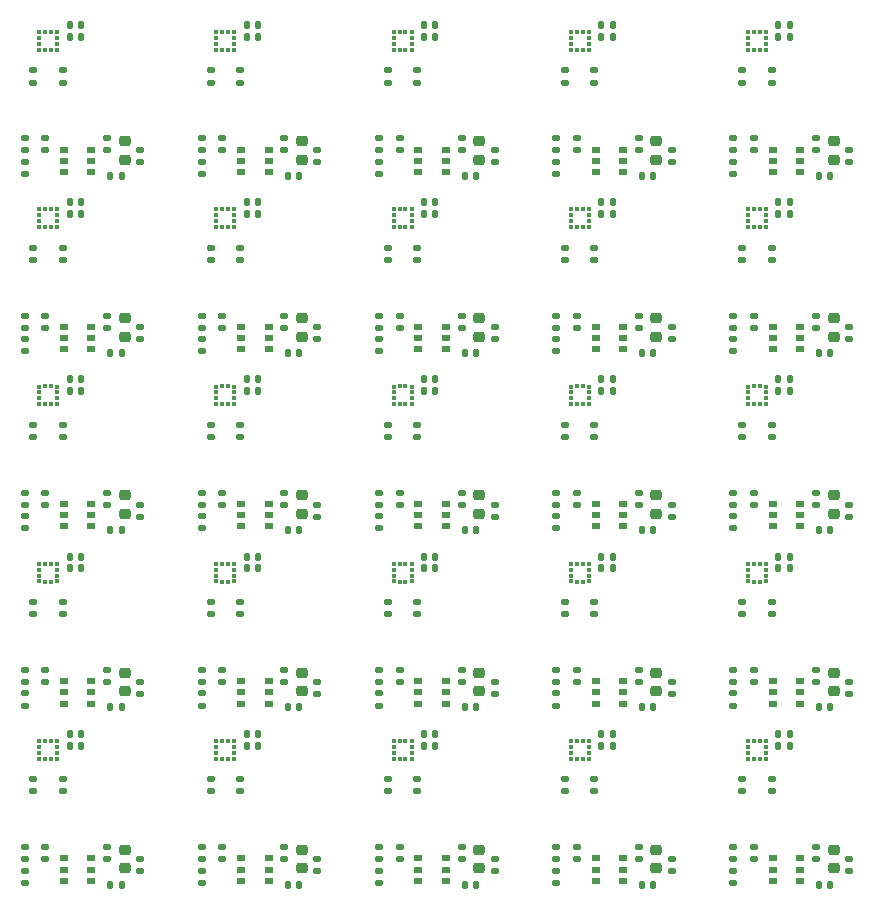
<source format=gbr>
%TF.GenerationSoftware,KiCad,Pcbnew,7.0.1*%
%TF.CreationDate,2025-01-22T18:11:29-05:00*%
%TF.ProjectId,TrackRingA-panel,54726163-6b52-4696-9e67-412d70616e65,rev?*%
%TF.SameCoordinates,Original*%
%TF.FileFunction,Paste,Top*%
%TF.FilePolarity,Positive*%
%FSLAX46Y46*%
G04 Gerber Fmt 4.6, Leading zero omitted, Abs format (unit mm)*
G04 Created by KiCad (PCBNEW 7.0.1) date 2025-01-22 18:11:29*
%MOMM*%
%LPD*%
G01*
G04 APERTURE LIST*
G04 Aperture macros list*
%AMRoundRect*
0 Rectangle with rounded corners*
0 $1 Rounding radius*
0 $2 $3 $4 $5 $6 $7 $8 $9 X,Y pos of 4 corners*
0 Add a 4 corners polygon primitive as box body*
4,1,4,$2,$3,$4,$5,$6,$7,$8,$9,$2,$3,0*
0 Add four circle primitives for the rounded corners*
1,1,$1+$1,$2,$3*
1,1,$1+$1,$4,$5*
1,1,$1+$1,$6,$7*
1,1,$1+$1,$8,$9*
0 Add four rect primitives between the rounded corners*
20,1,$1+$1,$2,$3,$4,$5,0*
20,1,$1+$1,$4,$5,$6,$7,0*
20,1,$1+$1,$6,$7,$8,$9,0*
20,1,$1+$1,$8,$9,$2,$3,0*%
G04 Aperture macros list end*
%ADD10RoundRect,0.135000X-0.185000X0.135000X-0.185000X-0.135000X0.185000X-0.135000X0.185000X0.135000X0*%
%ADD11RoundRect,0.140000X0.140000X0.170000X-0.140000X0.170000X-0.140000X-0.170000X0.140000X-0.170000X0*%
%ADD12RoundRect,0.218750X0.256250X-0.218750X0.256250X0.218750X-0.256250X0.218750X-0.256250X-0.218750X0*%
%ADD13R,0.375000X0.350000*%
%ADD14R,0.350000X0.375000*%
%ADD15RoundRect,0.135000X0.185000X-0.135000X0.185000X0.135000X-0.185000X0.135000X-0.185000X-0.135000X0*%
%ADD16R,0.700000X0.510000*%
G04 APERTURE END LIST*
D10*
%TO.C,R2*%
X114000000Y-30990000D03*
X114000000Y-32010000D03*
%TD*%
%TO.C,R2*%
X174000000Y-45990000D03*
X174000000Y-47010000D03*
%TD*%
%TO.C,R2*%
X144000000Y-45990000D03*
X144000000Y-47010000D03*
%TD*%
%TO.C,R2*%
X174000000Y-75990000D03*
X174000000Y-77010000D03*
%TD*%
%TO.C,R2*%
X174000000Y-30990000D03*
X174000000Y-32010000D03*
%TD*%
%TO.C,R2*%
X114000000Y-90990000D03*
X114000000Y-92010000D03*
%TD*%
%TO.C,R2*%
X144000000Y-30990000D03*
X144000000Y-32010000D03*
%TD*%
%TO.C,R2*%
X144000000Y-60990000D03*
X144000000Y-62010000D03*
%TD*%
%TO.C,R2*%
X114000000Y-45990000D03*
X114000000Y-47010000D03*
%TD*%
%TO.C,R2*%
X159000000Y-45990000D03*
X159000000Y-47010000D03*
%TD*%
%TO.C,R2*%
X129000000Y-30990000D03*
X129000000Y-32010000D03*
%TD*%
%TO.C,R2*%
X129000000Y-45990000D03*
X129000000Y-47010000D03*
%TD*%
%TO.C,R2*%
X114000000Y-60990000D03*
X114000000Y-62010000D03*
%TD*%
%TO.C,R2*%
X129000000Y-60990000D03*
X129000000Y-62010000D03*
%TD*%
%TO.C,R2*%
X114000000Y-75990000D03*
X114000000Y-77010000D03*
%TD*%
%TO.C,R2*%
X144000000Y-75990000D03*
X144000000Y-77010000D03*
%TD*%
%TO.C,R2*%
X129000000Y-90990000D03*
X129000000Y-92010000D03*
%TD*%
%TO.C,R2*%
X159000000Y-75990000D03*
X159000000Y-77010000D03*
%TD*%
%TO.C,R2*%
X159000000Y-60990000D03*
X159000000Y-62010000D03*
%TD*%
%TO.C,R2*%
X159000000Y-30990000D03*
X159000000Y-32010000D03*
%TD*%
%TO.C,R2*%
X174000000Y-60990000D03*
X174000000Y-62010000D03*
%TD*%
%TO.C,R2*%
X144000000Y-90990000D03*
X144000000Y-92010000D03*
%TD*%
%TO.C,R2*%
X129000000Y-75990000D03*
X129000000Y-77010000D03*
%TD*%
%TO.C,R2*%
X174000000Y-90990000D03*
X174000000Y-92010000D03*
%TD*%
%TO.C,R2*%
X159000000Y-90990000D03*
X159000000Y-92010000D03*
%TD*%
D11*
%TO.C,C1*%
X152230000Y-34175000D03*
X151270000Y-34175000D03*
%TD*%
%TO.C,C1*%
X167230000Y-49175000D03*
X166270000Y-49175000D03*
%TD*%
%TO.C,C1*%
X122230000Y-34175000D03*
X121270000Y-34175000D03*
%TD*%
%TO.C,C1*%
X137230000Y-34175000D03*
X136270000Y-34175000D03*
%TD*%
%TO.C,C1*%
X167230000Y-79175000D03*
X166270000Y-79175000D03*
%TD*%
%TO.C,C1*%
X182230000Y-34175000D03*
X181270000Y-34175000D03*
%TD*%
%TO.C,C1*%
X122230000Y-49175000D03*
X121270000Y-49175000D03*
%TD*%
%TO.C,C1*%
X167230000Y-34175000D03*
X166270000Y-34175000D03*
%TD*%
%TO.C,C1*%
X182230000Y-79175000D03*
X181270000Y-79175000D03*
%TD*%
%TO.C,C1*%
X137230000Y-49175000D03*
X136270000Y-49175000D03*
%TD*%
%TO.C,C1*%
X122230000Y-94175000D03*
X121270000Y-94175000D03*
%TD*%
%TO.C,C1*%
X182230000Y-49175000D03*
X181270000Y-49175000D03*
%TD*%
%TO.C,C1*%
X122230000Y-64175000D03*
X121270000Y-64175000D03*
%TD*%
%TO.C,C1*%
X152230000Y-49175000D03*
X151270000Y-49175000D03*
%TD*%
%TO.C,C1*%
X167230000Y-64175000D03*
X166270000Y-64175000D03*
%TD*%
%TO.C,C1*%
X137230000Y-94175000D03*
X136270000Y-94175000D03*
%TD*%
%TO.C,C1*%
X137230000Y-64175000D03*
X136270000Y-64175000D03*
%TD*%
%TO.C,C1*%
X182230000Y-94175000D03*
X181270000Y-94175000D03*
%TD*%
%TO.C,C1*%
X152230000Y-94175000D03*
X151270000Y-94175000D03*
%TD*%
%TO.C,C1*%
X182230000Y-64175000D03*
X181270000Y-64175000D03*
%TD*%
%TO.C,C1*%
X152230000Y-79175000D03*
X151270000Y-79175000D03*
%TD*%
%TO.C,C1*%
X152230000Y-64175000D03*
X151270000Y-64175000D03*
%TD*%
%TO.C,C1*%
X122230000Y-79175000D03*
X121270000Y-79175000D03*
%TD*%
%TO.C,C1*%
X137230000Y-79175000D03*
X136270000Y-79175000D03*
%TD*%
%TO.C,C1*%
X167230000Y-94175000D03*
X166270000Y-94175000D03*
%TD*%
%TO.C,C2*%
X148780000Y-22400000D03*
X147820000Y-22400000D03*
%TD*%
%TO.C,C2*%
X118780000Y-22400000D03*
X117820000Y-22400000D03*
%TD*%
%TO.C,C2*%
X133780000Y-22400000D03*
X132820000Y-22400000D03*
%TD*%
%TO.C,C2*%
X148780000Y-37400000D03*
X147820000Y-37400000D03*
%TD*%
%TO.C,C2*%
X163780000Y-22400000D03*
X162820000Y-22400000D03*
%TD*%
%TO.C,C2*%
X163780000Y-37400000D03*
X162820000Y-37400000D03*
%TD*%
%TO.C,C2*%
X163780000Y-52400000D03*
X162820000Y-52400000D03*
%TD*%
%TO.C,C2*%
X178780000Y-37400000D03*
X177820000Y-37400000D03*
%TD*%
%TO.C,C2*%
X163780000Y-67400000D03*
X162820000Y-67400000D03*
%TD*%
%TO.C,C2*%
X133780000Y-37400000D03*
X132820000Y-37400000D03*
%TD*%
%TO.C,C2*%
X178780000Y-67400000D03*
X177820000Y-67400000D03*
%TD*%
%TO.C,C2*%
X118780000Y-37400000D03*
X117820000Y-37400000D03*
%TD*%
%TO.C,C2*%
X118780000Y-82400000D03*
X117820000Y-82400000D03*
%TD*%
%TO.C,C2*%
X178780000Y-22400000D03*
X177820000Y-22400000D03*
%TD*%
%TO.C,C2*%
X118780000Y-52400000D03*
X117820000Y-52400000D03*
%TD*%
%TO.C,C2*%
X133780000Y-52400000D03*
X132820000Y-52400000D03*
%TD*%
%TO.C,C2*%
X148780000Y-52400000D03*
X147820000Y-52400000D03*
%TD*%
%TO.C,C2*%
X133780000Y-67400000D03*
X132820000Y-67400000D03*
%TD*%
%TO.C,C2*%
X148780000Y-67400000D03*
X147820000Y-67400000D03*
%TD*%
%TO.C,C2*%
X178780000Y-52400000D03*
X177820000Y-52400000D03*
%TD*%
%TO.C,C2*%
X178780000Y-82400000D03*
X177820000Y-82400000D03*
%TD*%
%TO.C,C2*%
X148780000Y-82400000D03*
X147820000Y-82400000D03*
%TD*%
%TO.C,C2*%
X118780000Y-67400000D03*
X117820000Y-67400000D03*
%TD*%
%TO.C,C2*%
X163780000Y-82400000D03*
X162820000Y-82400000D03*
%TD*%
%TO.C,C2*%
X133780000Y-82400000D03*
X132820000Y-82400000D03*
%TD*%
D12*
%TO.C,D1*%
X122500000Y-32787500D03*
X122500000Y-31212500D03*
%TD*%
%TO.C,D1*%
X167500000Y-32787500D03*
X167500000Y-31212500D03*
%TD*%
%TO.C,D1*%
X137500000Y-47787500D03*
X137500000Y-46212500D03*
%TD*%
%TO.C,D1*%
X182500000Y-47787500D03*
X182500000Y-46212500D03*
%TD*%
%TO.C,D1*%
X182500000Y-77787500D03*
X182500000Y-76212500D03*
%TD*%
%TO.C,D1*%
X167500000Y-47787500D03*
X167500000Y-46212500D03*
%TD*%
%TO.C,D1*%
X152500000Y-32787500D03*
X152500000Y-31212500D03*
%TD*%
%TO.C,D1*%
X137500000Y-32787500D03*
X137500000Y-31212500D03*
%TD*%
%TO.C,D1*%
X182500000Y-32787500D03*
X182500000Y-31212500D03*
%TD*%
%TO.C,D1*%
X122500000Y-47787500D03*
X122500000Y-46212500D03*
%TD*%
%TO.C,D1*%
X152500000Y-47787500D03*
X152500000Y-46212500D03*
%TD*%
%TO.C,D1*%
X122500000Y-62787500D03*
X122500000Y-61212500D03*
%TD*%
%TO.C,D1*%
X152500000Y-62787500D03*
X152500000Y-61212500D03*
%TD*%
%TO.C,D1*%
X182500000Y-62787500D03*
X182500000Y-61212500D03*
%TD*%
%TO.C,D1*%
X152500000Y-92787500D03*
X152500000Y-91212500D03*
%TD*%
%TO.C,D1*%
X137500000Y-62787500D03*
X137500000Y-61212500D03*
%TD*%
%TO.C,D1*%
X152500000Y-77787500D03*
X152500000Y-76212500D03*
%TD*%
%TO.C,D1*%
X167500000Y-62787500D03*
X167500000Y-61212500D03*
%TD*%
%TO.C,D1*%
X122500000Y-92787500D03*
X122500000Y-91212500D03*
%TD*%
%TO.C,D1*%
X167500000Y-77787500D03*
X167500000Y-76212500D03*
%TD*%
%TO.C,D1*%
X122500000Y-77787500D03*
X122500000Y-76212500D03*
%TD*%
%TO.C,D1*%
X137500000Y-77787500D03*
X137500000Y-76212500D03*
%TD*%
%TO.C,D1*%
X182500000Y-92787500D03*
X182500000Y-91212500D03*
%TD*%
%TO.C,D1*%
X137500000Y-92787500D03*
X137500000Y-91212500D03*
%TD*%
%TO.C,D1*%
X167500000Y-92787500D03*
X167500000Y-91212500D03*
%TD*%
D13*
%TO.C,U2*%
X145237500Y-22000000D03*
X145237500Y-22500000D03*
X145237500Y-23000000D03*
X145237500Y-23500000D03*
D14*
X145750000Y-23512500D03*
X146250000Y-23512500D03*
D13*
X146762500Y-23500000D03*
X146762500Y-23000000D03*
X146762500Y-22500000D03*
X146762500Y-22000000D03*
D14*
X146250000Y-21987500D03*
X145750000Y-21987500D03*
%TD*%
D13*
%TO.C,U2*%
X115237500Y-22000000D03*
X115237500Y-22500000D03*
X115237500Y-23000000D03*
X115237500Y-23500000D03*
D14*
X115750000Y-23512500D03*
X116250000Y-23512500D03*
D13*
X116762500Y-23500000D03*
X116762500Y-23000000D03*
X116762500Y-22500000D03*
X116762500Y-22000000D03*
D14*
X116250000Y-21987500D03*
X115750000Y-21987500D03*
%TD*%
D13*
%TO.C,U2*%
X130237500Y-22000000D03*
X130237500Y-22500000D03*
X130237500Y-23000000D03*
X130237500Y-23500000D03*
D14*
X130750000Y-23512500D03*
X131250000Y-23512500D03*
D13*
X131762500Y-23500000D03*
X131762500Y-23000000D03*
X131762500Y-22500000D03*
X131762500Y-22000000D03*
D14*
X131250000Y-21987500D03*
X130750000Y-21987500D03*
%TD*%
D13*
%TO.C,U2*%
X160237500Y-22000000D03*
X160237500Y-22500000D03*
X160237500Y-23000000D03*
X160237500Y-23500000D03*
D14*
X160750000Y-23512500D03*
X161250000Y-23512500D03*
D13*
X161762500Y-23500000D03*
X161762500Y-23000000D03*
X161762500Y-22500000D03*
X161762500Y-22000000D03*
D14*
X161250000Y-21987500D03*
X160750000Y-21987500D03*
%TD*%
D13*
%TO.C,U2*%
X130237500Y-37000000D03*
X130237500Y-37500000D03*
X130237500Y-38000000D03*
X130237500Y-38500000D03*
D14*
X130750000Y-38512500D03*
X131250000Y-38512500D03*
D13*
X131762500Y-38500000D03*
X131762500Y-38000000D03*
X131762500Y-37500000D03*
X131762500Y-37000000D03*
D14*
X131250000Y-36987500D03*
X130750000Y-36987500D03*
%TD*%
D13*
%TO.C,U2*%
X130237500Y-52000000D03*
X130237500Y-52500000D03*
X130237500Y-53000000D03*
X130237500Y-53500000D03*
D14*
X130750000Y-53512500D03*
X131250000Y-53512500D03*
D13*
X131762500Y-53500000D03*
X131762500Y-53000000D03*
X131762500Y-52500000D03*
X131762500Y-52000000D03*
D14*
X131250000Y-51987500D03*
X130750000Y-51987500D03*
%TD*%
D13*
%TO.C,U2*%
X160237500Y-67000000D03*
X160237500Y-67500000D03*
X160237500Y-68000000D03*
X160237500Y-68500000D03*
D14*
X160750000Y-68512500D03*
X161250000Y-68512500D03*
D13*
X161762500Y-68500000D03*
X161762500Y-68000000D03*
X161762500Y-67500000D03*
X161762500Y-67000000D03*
D14*
X161250000Y-66987500D03*
X160750000Y-66987500D03*
%TD*%
D13*
%TO.C,U2*%
X145237500Y-37000000D03*
X145237500Y-37500000D03*
X145237500Y-38000000D03*
X145237500Y-38500000D03*
D14*
X145750000Y-38512500D03*
X146250000Y-38512500D03*
D13*
X146762500Y-38500000D03*
X146762500Y-38000000D03*
X146762500Y-37500000D03*
X146762500Y-37000000D03*
D14*
X146250000Y-36987500D03*
X145750000Y-36987500D03*
%TD*%
D13*
%TO.C,U2*%
X160237500Y-37000000D03*
X160237500Y-37500000D03*
X160237500Y-38000000D03*
X160237500Y-38500000D03*
D14*
X160750000Y-38512500D03*
X161250000Y-38512500D03*
D13*
X161762500Y-38500000D03*
X161762500Y-38000000D03*
X161762500Y-37500000D03*
X161762500Y-37000000D03*
D14*
X161250000Y-36987500D03*
X160750000Y-36987500D03*
%TD*%
D13*
%TO.C,U2*%
X115237500Y-37000000D03*
X115237500Y-37500000D03*
X115237500Y-38000000D03*
X115237500Y-38500000D03*
D14*
X115750000Y-38512500D03*
X116250000Y-38512500D03*
D13*
X116762500Y-38500000D03*
X116762500Y-38000000D03*
X116762500Y-37500000D03*
X116762500Y-37000000D03*
D14*
X116250000Y-36987500D03*
X115750000Y-36987500D03*
%TD*%
D13*
%TO.C,U2*%
X175237500Y-37000000D03*
X175237500Y-37500000D03*
X175237500Y-38000000D03*
X175237500Y-38500000D03*
D14*
X175750000Y-38512500D03*
X176250000Y-38512500D03*
D13*
X176762500Y-38500000D03*
X176762500Y-38000000D03*
X176762500Y-37500000D03*
X176762500Y-37000000D03*
D14*
X176250000Y-36987500D03*
X175750000Y-36987500D03*
%TD*%
D13*
%TO.C,U2*%
X115237500Y-52000000D03*
X115237500Y-52500000D03*
X115237500Y-53000000D03*
X115237500Y-53500000D03*
D14*
X115750000Y-53512500D03*
X116250000Y-53512500D03*
D13*
X116762500Y-53500000D03*
X116762500Y-53000000D03*
X116762500Y-52500000D03*
X116762500Y-52000000D03*
D14*
X116250000Y-51987500D03*
X115750000Y-51987500D03*
%TD*%
D13*
%TO.C,U2*%
X175237500Y-67000000D03*
X175237500Y-67500000D03*
X175237500Y-68000000D03*
X175237500Y-68500000D03*
D14*
X175750000Y-68512500D03*
X176250000Y-68512500D03*
D13*
X176762500Y-68500000D03*
X176762500Y-68000000D03*
X176762500Y-67500000D03*
X176762500Y-67000000D03*
D14*
X176250000Y-66987500D03*
X175750000Y-66987500D03*
%TD*%
D13*
%TO.C,U2*%
X175237500Y-22000000D03*
X175237500Y-22500000D03*
X175237500Y-23000000D03*
X175237500Y-23500000D03*
D14*
X175750000Y-23512500D03*
X176250000Y-23512500D03*
D13*
X176762500Y-23500000D03*
X176762500Y-23000000D03*
X176762500Y-22500000D03*
X176762500Y-22000000D03*
D14*
X176250000Y-21987500D03*
X175750000Y-21987500D03*
%TD*%
D13*
%TO.C,U2*%
X115237500Y-82000000D03*
X115237500Y-82500000D03*
X115237500Y-83000000D03*
X115237500Y-83500000D03*
D14*
X115750000Y-83512500D03*
X116250000Y-83512500D03*
D13*
X116762500Y-83500000D03*
X116762500Y-83000000D03*
X116762500Y-82500000D03*
X116762500Y-82000000D03*
D14*
X116250000Y-81987500D03*
X115750000Y-81987500D03*
%TD*%
D13*
%TO.C,U2*%
X145237500Y-52000000D03*
X145237500Y-52500000D03*
X145237500Y-53000000D03*
X145237500Y-53500000D03*
D14*
X145750000Y-53512500D03*
X146250000Y-53512500D03*
D13*
X146762500Y-53500000D03*
X146762500Y-53000000D03*
X146762500Y-52500000D03*
X146762500Y-52000000D03*
D14*
X146250000Y-51987500D03*
X145750000Y-51987500D03*
%TD*%
D13*
%TO.C,U2*%
X160237500Y-52000000D03*
X160237500Y-52500000D03*
X160237500Y-53000000D03*
X160237500Y-53500000D03*
D14*
X160750000Y-53512500D03*
X161250000Y-53512500D03*
D13*
X161762500Y-53500000D03*
X161762500Y-53000000D03*
X161762500Y-52500000D03*
X161762500Y-52000000D03*
D14*
X161250000Y-51987500D03*
X160750000Y-51987500D03*
%TD*%
D13*
%TO.C,U2*%
X175237500Y-52000000D03*
X175237500Y-52500000D03*
X175237500Y-53000000D03*
X175237500Y-53500000D03*
D14*
X175750000Y-53512500D03*
X176250000Y-53512500D03*
D13*
X176762500Y-53500000D03*
X176762500Y-53000000D03*
X176762500Y-52500000D03*
X176762500Y-52000000D03*
D14*
X176250000Y-51987500D03*
X175750000Y-51987500D03*
%TD*%
D13*
%TO.C,U2*%
X175237500Y-82000000D03*
X175237500Y-82500000D03*
X175237500Y-83000000D03*
X175237500Y-83500000D03*
D14*
X175750000Y-83512500D03*
X176250000Y-83512500D03*
D13*
X176762500Y-83500000D03*
X176762500Y-83000000D03*
X176762500Y-82500000D03*
X176762500Y-82000000D03*
D14*
X176250000Y-81987500D03*
X175750000Y-81987500D03*
%TD*%
D13*
%TO.C,U2*%
X145237500Y-82000000D03*
X145237500Y-82500000D03*
X145237500Y-83000000D03*
X145237500Y-83500000D03*
D14*
X145750000Y-83512500D03*
X146250000Y-83512500D03*
D13*
X146762500Y-83500000D03*
X146762500Y-83000000D03*
X146762500Y-82500000D03*
X146762500Y-82000000D03*
D14*
X146250000Y-81987500D03*
X145750000Y-81987500D03*
%TD*%
D13*
%TO.C,U2*%
X145237500Y-67000000D03*
X145237500Y-67500000D03*
X145237500Y-68000000D03*
X145237500Y-68500000D03*
D14*
X145750000Y-68512500D03*
X146250000Y-68512500D03*
D13*
X146762500Y-68500000D03*
X146762500Y-68000000D03*
X146762500Y-67500000D03*
X146762500Y-67000000D03*
D14*
X146250000Y-66987500D03*
X145750000Y-66987500D03*
%TD*%
D13*
%TO.C,U2*%
X115237500Y-67000000D03*
X115237500Y-67500000D03*
X115237500Y-68000000D03*
X115237500Y-68500000D03*
D14*
X115750000Y-68512500D03*
X116250000Y-68512500D03*
D13*
X116762500Y-68500000D03*
X116762500Y-68000000D03*
X116762500Y-67500000D03*
X116762500Y-67000000D03*
D14*
X116250000Y-66987500D03*
X115750000Y-66987500D03*
%TD*%
D13*
%TO.C,U2*%
X130237500Y-67000000D03*
X130237500Y-67500000D03*
X130237500Y-68000000D03*
X130237500Y-68500000D03*
D14*
X130750000Y-68512500D03*
X131250000Y-68512500D03*
D13*
X131762500Y-68500000D03*
X131762500Y-68000000D03*
X131762500Y-67500000D03*
X131762500Y-67000000D03*
D14*
X131250000Y-66987500D03*
X130750000Y-66987500D03*
%TD*%
D13*
%TO.C,U2*%
X130237500Y-82000000D03*
X130237500Y-82500000D03*
X130237500Y-83000000D03*
X130237500Y-83500000D03*
D14*
X130750000Y-83512500D03*
X131250000Y-83512500D03*
D13*
X131762500Y-83500000D03*
X131762500Y-83000000D03*
X131762500Y-82500000D03*
X131762500Y-82000000D03*
D14*
X131250000Y-81987500D03*
X130750000Y-81987500D03*
%TD*%
D13*
%TO.C,U2*%
X160237500Y-82000000D03*
X160237500Y-82500000D03*
X160237500Y-83000000D03*
X160237500Y-83500000D03*
D14*
X160750000Y-83512500D03*
X161250000Y-83512500D03*
D13*
X161762500Y-83500000D03*
X161762500Y-83000000D03*
X161762500Y-82500000D03*
X161762500Y-82000000D03*
D14*
X161250000Y-81987500D03*
X160750000Y-81987500D03*
%TD*%
D11*
%TO.C,C3*%
X133780000Y-36400000D03*
X132820000Y-36400000D03*
%TD*%
%TO.C,C3*%
X133780000Y-21400000D03*
X132820000Y-21400000D03*
%TD*%
%TO.C,C3*%
X148780000Y-21400000D03*
X147820000Y-21400000D03*
%TD*%
%TO.C,C3*%
X163780000Y-36400000D03*
X162820000Y-36400000D03*
%TD*%
%TO.C,C3*%
X118780000Y-21400000D03*
X117820000Y-21400000D03*
%TD*%
%TO.C,C3*%
X163780000Y-21400000D03*
X162820000Y-21400000D03*
%TD*%
%TO.C,C3*%
X178780000Y-21400000D03*
X177820000Y-21400000D03*
%TD*%
%TO.C,C3*%
X118780000Y-36400000D03*
X117820000Y-36400000D03*
%TD*%
%TO.C,C3*%
X133780000Y-51400000D03*
X132820000Y-51400000D03*
%TD*%
%TO.C,C3*%
X178780000Y-66400000D03*
X177820000Y-66400000D03*
%TD*%
%TO.C,C3*%
X148780000Y-66400000D03*
X147820000Y-66400000D03*
%TD*%
%TO.C,C3*%
X163780000Y-51400000D03*
X162820000Y-51400000D03*
%TD*%
%TO.C,C3*%
X133780000Y-66400000D03*
X132820000Y-66400000D03*
%TD*%
%TO.C,C3*%
X118780000Y-51400000D03*
X117820000Y-51400000D03*
%TD*%
%TO.C,C3*%
X118780000Y-66400000D03*
X117820000Y-66400000D03*
%TD*%
%TO.C,C3*%
X178780000Y-36400000D03*
X177820000Y-36400000D03*
%TD*%
%TO.C,C3*%
X148780000Y-36400000D03*
X147820000Y-36400000D03*
%TD*%
%TO.C,C3*%
X118780000Y-81400000D03*
X117820000Y-81400000D03*
%TD*%
%TO.C,C3*%
X163780000Y-66400000D03*
X162820000Y-66400000D03*
%TD*%
%TO.C,C3*%
X148780000Y-51400000D03*
X147820000Y-51400000D03*
%TD*%
%TO.C,C3*%
X178780000Y-51400000D03*
X177820000Y-51400000D03*
%TD*%
%TO.C,C3*%
X178780000Y-81400000D03*
X177820000Y-81400000D03*
%TD*%
%TO.C,C3*%
X133780000Y-81400000D03*
X132820000Y-81400000D03*
%TD*%
%TO.C,C3*%
X148780000Y-81400000D03*
X147820000Y-81400000D03*
%TD*%
%TO.C,C3*%
X163780000Y-81400000D03*
X162820000Y-81400000D03*
%TD*%
D15*
%TO.C,R4*%
X159010000Y-34010000D03*
X159010000Y-32990000D03*
%TD*%
%TO.C,R4*%
X144010000Y-34010000D03*
X144010000Y-32990000D03*
%TD*%
%TO.C,R4*%
X129010000Y-49010000D03*
X129010000Y-47990000D03*
%TD*%
%TO.C,R4*%
X114010000Y-94010000D03*
X114010000Y-92990000D03*
%TD*%
%TO.C,R4*%
X114010000Y-34010000D03*
X114010000Y-32990000D03*
%TD*%
%TO.C,R4*%
X159010000Y-49010000D03*
X159010000Y-47990000D03*
%TD*%
%TO.C,R4*%
X129010000Y-34010000D03*
X129010000Y-32990000D03*
%TD*%
%TO.C,R4*%
X114010000Y-49010000D03*
X114010000Y-47990000D03*
%TD*%
%TO.C,R4*%
X144010000Y-49010000D03*
X144010000Y-47990000D03*
%TD*%
%TO.C,R4*%
X174010000Y-34010000D03*
X174010000Y-32990000D03*
%TD*%
%TO.C,R4*%
X174010000Y-49010000D03*
X174010000Y-47990000D03*
%TD*%
%TO.C,R4*%
X174010000Y-79010000D03*
X174010000Y-77990000D03*
%TD*%
%TO.C,R4*%
X129010000Y-79010000D03*
X129010000Y-77990000D03*
%TD*%
%TO.C,R4*%
X174010000Y-94010000D03*
X174010000Y-92990000D03*
%TD*%
%TO.C,R4*%
X129010000Y-94010000D03*
X129010000Y-92990000D03*
%TD*%
%TO.C,R4*%
X114010000Y-64010000D03*
X114010000Y-62990000D03*
%TD*%
%TO.C,R4*%
X159010000Y-64010000D03*
X159010000Y-62990000D03*
%TD*%
%TO.C,R4*%
X174010000Y-64010000D03*
X174010000Y-62990000D03*
%TD*%
%TO.C,R4*%
X144010000Y-64010000D03*
X144010000Y-62990000D03*
%TD*%
%TO.C,R4*%
X159010000Y-79010000D03*
X159010000Y-77990000D03*
%TD*%
%TO.C,R4*%
X129010000Y-64010000D03*
X129010000Y-62990000D03*
%TD*%
%TO.C,R4*%
X114010000Y-79010000D03*
X114010000Y-77990000D03*
%TD*%
%TO.C,R4*%
X144010000Y-79010000D03*
X144010000Y-77990000D03*
%TD*%
%TO.C,R4*%
X159010000Y-94010000D03*
X159010000Y-92990000D03*
%TD*%
%TO.C,R4*%
X144010000Y-94010000D03*
X144010000Y-92990000D03*
%TD*%
D10*
%TO.C,R1*%
X115750000Y-30990000D03*
X115750000Y-32010000D03*
%TD*%
%TO.C,R1*%
X145750000Y-30990000D03*
X145750000Y-32010000D03*
%TD*%
%TO.C,R1*%
X160750000Y-45990000D03*
X160750000Y-47010000D03*
%TD*%
%TO.C,R1*%
X160750000Y-30990000D03*
X160750000Y-32010000D03*
%TD*%
%TO.C,R1*%
X175750000Y-30990000D03*
X175750000Y-32010000D03*
%TD*%
%TO.C,R1*%
X130750000Y-30990000D03*
X130750000Y-32010000D03*
%TD*%
%TO.C,R1*%
X160750000Y-75990000D03*
X160750000Y-77010000D03*
%TD*%
%TO.C,R1*%
X145750000Y-60990000D03*
X145750000Y-62010000D03*
%TD*%
%TO.C,R1*%
X130750000Y-60990000D03*
X130750000Y-62010000D03*
%TD*%
%TO.C,R1*%
X115750000Y-45990000D03*
X115750000Y-47010000D03*
%TD*%
%TO.C,R1*%
X175750000Y-75990000D03*
X175750000Y-77010000D03*
%TD*%
%TO.C,R1*%
X175750000Y-90990000D03*
X175750000Y-92010000D03*
%TD*%
%TO.C,R1*%
X115750000Y-90990000D03*
X115750000Y-92010000D03*
%TD*%
%TO.C,R1*%
X175750000Y-60990000D03*
X175750000Y-62010000D03*
%TD*%
%TO.C,R1*%
X175750000Y-45990000D03*
X175750000Y-47010000D03*
%TD*%
%TO.C,R1*%
X130750000Y-45990000D03*
X130750000Y-47010000D03*
%TD*%
%TO.C,R1*%
X145750000Y-45990000D03*
X145750000Y-47010000D03*
%TD*%
%TO.C,R1*%
X115750000Y-60990000D03*
X115750000Y-62010000D03*
%TD*%
%TO.C,R1*%
X160750000Y-60990000D03*
X160750000Y-62010000D03*
%TD*%
%TO.C,R1*%
X115750000Y-75990000D03*
X115750000Y-77010000D03*
%TD*%
%TO.C,R1*%
X130750000Y-75990000D03*
X130750000Y-77010000D03*
%TD*%
%TO.C,R1*%
X145750000Y-75990000D03*
X145750000Y-77010000D03*
%TD*%
%TO.C,R1*%
X160750000Y-90990000D03*
X160750000Y-92010000D03*
%TD*%
%TO.C,R1*%
X145750000Y-90990000D03*
X145750000Y-92010000D03*
%TD*%
%TO.C,R1*%
X130750000Y-90990000D03*
X130750000Y-92010000D03*
%TD*%
D15*
%TO.C,R5*%
X138800000Y-33010000D03*
X138800000Y-31990000D03*
%TD*%
%TO.C,R5*%
X123800000Y-33010000D03*
X123800000Y-31990000D03*
%TD*%
%TO.C,R5*%
X138800000Y-48010000D03*
X138800000Y-46990000D03*
%TD*%
%TO.C,R5*%
X183800000Y-48010000D03*
X183800000Y-46990000D03*
%TD*%
%TO.C,R5*%
X183800000Y-78010000D03*
X183800000Y-76990000D03*
%TD*%
%TO.C,R5*%
X123800000Y-63010000D03*
X123800000Y-61990000D03*
%TD*%
%TO.C,R5*%
X153800000Y-33010000D03*
X153800000Y-31990000D03*
%TD*%
%TO.C,R5*%
X168800000Y-33010000D03*
X168800000Y-31990000D03*
%TD*%
%TO.C,R5*%
X168800000Y-48010000D03*
X168800000Y-46990000D03*
%TD*%
%TO.C,R5*%
X183800000Y-33010000D03*
X183800000Y-31990000D03*
%TD*%
%TO.C,R5*%
X123800000Y-48010000D03*
X123800000Y-46990000D03*
%TD*%
%TO.C,R5*%
X153800000Y-48010000D03*
X153800000Y-46990000D03*
%TD*%
%TO.C,R5*%
X168800000Y-78010000D03*
X168800000Y-76990000D03*
%TD*%
%TO.C,R5*%
X123800000Y-93010000D03*
X123800000Y-91990000D03*
%TD*%
%TO.C,R5*%
X153800000Y-93010000D03*
X153800000Y-91990000D03*
%TD*%
%TO.C,R5*%
X168800000Y-63010000D03*
X168800000Y-61990000D03*
%TD*%
%TO.C,R5*%
X183800000Y-63010000D03*
X183800000Y-61990000D03*
%TD*%
%TO.C,R5*%
X138800000Y-63010000D03*
X138800000Y-61990000D03*
%TD*%
%TO.C,R5*%
X123800000Y-78010000D03*
X123800000Y-76990000D03*
%TD*%
%TO.C,R5*%
X153800000Y-78010000D03*
X153800000Y-76990000D03*
%TD*%
%TO.C,R5*%
X138800000Y-78010000D03*
X138800000Y-76990000D03*
%TD*%
%TO.C,R5*%
X183800000Y-93010000D03*
X183800000Y-91990000D03*
%TD*%
%TO.C,R5*%
X153800000Y-63010000D03*
X153800000Y-61990000D03*
%TD*%
%TO.C,R5*%
X138800000Y-93010000D03*
X138800000Y-91990000D03*
%TD*%
%TO.C,R5*%
X168800000Y-93010000D03*
X168800000Y-91990000D03*
%TD*%
%TO.C,R7*%
X159750000Y-26260000D03*
X159750000Y-25240000D03*
%TD*%
%TO.C,R7*%
X129750000Y-26260000D03*
X129750000Y-25240000D03*
%TD*%
%TO.C,R7*%
X114750000Y-26260000D03*
X114750000Y-25240000D03*
%TD*%
%TO.C,R7*%
X144750000Y-26260000D03*
X144750000Y-25240000D03*
%TD*%
%TO.C,R7*%
X144750000Y-41260000D03*
X144750000Y-40240000D03*
%TD*%
%TO.C,R7*%
X159750000Y-41260000D03*
X159750000Y-40240000D03*
%TD*%
%TO.C,R7*%
X159750000Y-56260000D03*
X159750000Y-55240000D03*
%TD*%
%TO.C,R7*%
X114750000Y-56260000D03*
X114750000Y-55240000D03*
%TD*%
%TO.C,R7*%
X114750000Y-41260000D03*
X114750000Y-40240000D03*
%TD*%
%TO.C,R7*%
X174750000Y-41260000D03*
X174750000Y-40240000D03*
%TD*%
%TO.C,R7*%
X174750000Y-26260000D03*
X174750000Y-25240000D03*
%TD*%
%TO.C,R7*%
X129750000Y-41260000D03*
X129750000Y-40240000D03*
%TD*%
%TO.C,R7*%
X159750000Y-71260000D03*
X159750000Y-70240000D03*
%TD*%
%TO.C,R7*%
X174750000Y-71260000D03*
X174750000Y-70240000D03*
%TD*%
%TO.C,R7*%
X129750000Y-56260000D03*
X129750000Y-55240000D03*
%TD*%
%TO.C,R7*%
X114750000Y-86260000D03*
X114750000Y-85240000D03*
%TD*%
%TO.C,R7*%
X144750000Y-56260000D03*
X144750000Y-55240000D03*
%TD*%
%TO.C,R7*%
X174750000Y-86260000D03*
X174750000Y-85240000D03*
%TD*%
%TO.C,R7*%
X144750000Y-86260000D03*
X144750000Y-85240000D03*
%TD*%
%TO.C,R7*%
X144750000Y-71260000D03*
X144750000Y-70240000D03*
%TD*%
%TO.C,R7*%
X159750000Y-86260000D03*
X159750000Y-85240000D03*
%TD*%
%TO.C,R7*%
X129750000Y-86260000D03*
X129750000Y-85240000D03*
%TD*%
%TO.C,R7*%
X174750000Y-56260000D03*
X174750000Y-55240000D03*
%TD*%
%TO.C,R7*%
X129750000Y-71260000D03*
X129750000Y-70240000D03*
%TD*%
%TO.C,R7*%
X114750000Y-71260000D03*
X114750000Y-70240000D03*
%TD*%
%TO.C,R6*%
X132250000Y-26260000D03*
X132250000Y-25240000D03*
%TD*%
%TO.C,R6*%
X162250000Y-26260000D03*
X162250000Y-25240000D03*
%TD*%
%TO.C,R6*%
X162250000Y-41260000D03*
X162250000Y-40240000D03*
%TD*%
%TO.C,R6*%
X117250000Y-26260000D03*
X117250000Y-25240000D03*
%TD*%
%TO.C,R6*%
X147250000Y-41260000D03*
X147250000Y-40240000D03*
%TD*%
%TO.C,R6*%
X117250000Y-86260000D03*
X117250000Y-85240000D03*
%TD*%
%TO.C,R6*%
X147250000Y-56260000D03*
X147250000Y-55240000D03*
%TD*%
%TO.C,R6*%
X132250000Y-41260000D03*
X132250000Y-40240000D03*
%TD*%
%TO.C,R6*%
X177250000Y-26260000D03*
X177250000Y-25240000D03*
%TD*%
%TO.C,R6*%
X177250000Y-41260000D03*
X177250000Y-40240000D03*
%TD*%
%TO.C,R6*%
X147250000Y-71260000D03*
X147250000Y-70240000D03*
%TD*%
%TO.C,R6*%
X177250000Y-86260000D03*
X177250000Y-85240000D03*
%TD*%
%TO.C,R6*%
X117250000Y-41260000D03*
X117250000Y-40240000D03*
%TD*%
%TO.C,R6*%
X117250000Y-56260000D03*
X117250000Y-55240000D03*
%TD*%
%TO.C,R6*%
X162250000Y-71260000D03*
X162250000Y-70240000D03*
%TD*%
%TO.C,R6*%
X177250000Y-71260000D03*
X177250000Y-70240000D03*
%TD*%
%TO.C,R6*%
X132250000Y-56260000D03*
X132250000Y-55240000D03*
%TD*%
%TO.C,R6*%
X177250000Y-56260000D03*
X177250000Y-55240000D03*
%TD*%
%TO.C,R6*%
X117250000Y-71260000D03*
X117250000Y-70240000D03*
%TD*%
%TO.C,R6*%
X162250000Y-56260000D03*
X162250000Y-55240000D03*
%TD*%
%TO.C,R6*%
X132250000Y-71260000D03*
X132250000Y-70240000D03*
%TD*%
%TO.C,R6*%
X162250000Y-86260000D03*
X162250000Y-85240000D03*
%TD*%
%TO.C,R6*%
X147250000Y-86260000D03*
X147250000Y-85240000D03*
%TD*%
%TO.C,R6*%
X147250000Y-26260000D03*
X147250000Y-25240000D03*
%TD*%
%TO.C,R6*%
X132250000Y-86260000D03*
X132250000Y-85240000D03*
%TD*%
D16*
%TO.C,U1*%
X117340000Y-46950000D03*
X117340000Y-47900000D03*
X117340000Y-48850000D03*
X119660000Y-48850000D03*
X119660000Y-47900000D03*
X119660000Y-46950000D03*
%TD*%
%TO.C,U1*%
X177340000Y-46950000D03*
X177340000Y-47900000D03*
X177340000Y-48850000D03*
X179660000Y-48850000D03*
X179660000Y-47900000D03*
X179660000Y-46950000D03*
%TD*%
%TO.C,U1*%
X117340000Y-31950000D03*
X117340000Y-32900000D03*
X117340000Y-33850000D03*
X119660000Y-33850000D03*
X119660000Y-32900000D03*
X119660000Y-31950000D03*
%TD*%
%TO.C,U1*%
X147340000Y-46950000D03*
X147340000Y-47900000D03*
X147340000Y-48850000D03*
X149660000Y-48850000D03*
X149660000Y-47900000D03*
X149660000Y-46950000D03*
%TD*%
%TO.C,U1*%
X162340000Y-46950000D03*
X162340000Y-47900000D03*
X162340000Y-48850000D03*
X164660000Y-48850000D03*
X164660000Y-47900000D03*
X164660000Y-46950000D03*
%TD*%
%TO.C,U1*%
X132340000Y-31950000D03*
X132340000Y-32900000D03*
X132340000Y-33850000D03*
X134660000Y-33850000D03*
X134660000Y-32900000D03*
X134660000Y-31950000D03*
%TD*%
%TO.C,U1*%
X162340000Y-31950000D03*
X162340000Y-32900000D03*
X162340000Y-33850000D03*
X164660000Y-33850000D03*
X164660000Y-32900000D03*
X164660000Y-31950000D03*
%TD*%
%TO.C,U1*%
X177340000Y-31950000D03*
X177340000Y-32900000D03*
X177340000Y-33850000D03*
X179660000Y-33850000D03*
X179660000Y-32900000D03*
X179660000Y-31950000D03*
%TD*%
%TO.C,U1*%
X132340000Y-46950000D03*
X132340000Y-47900000D03*
X132340000Y-48850000D03*
X134660000Y-48850000D03*
X134660000Y-47900000D03*
X134660000Y-46950000D03*
%TD*%
%TO.C,U1*%
X147340000Y-76950000D03*
X147340000Y-77900000D03*
X147340000Y-78850000D03*
X149660000Y-78850000D03*
X149660000Y-77900000D03*
X149660000Y-76950000D03*
%TD*%
%TO.C,U1*%
X177340000Y-76950000D03*
X177340000Y-77900000D03*
X177340000Y-78850000D03*
X179660000Y-78850000D03*
X179660000Y-77900000D03*
X179660000Y-76950000D03*
%TD*%
%TO.C,U1*%
X132340000Y-61950000D03*
X132340000Y-62900000D03*
X132340000Y-63850000D03*
X134660000Y-63850000D03*
X134660000Y-62900000D03*
X134660000Y-61950000D03*
%TD*%
%TO.C,U1*%
X162340000Y-61950000D03*
X162340000Y-62900000D03*
X162340000Y-63850000D03*
X164660000Y-63850000D03*
X164660000Y-62900000D03*
X164660000Y-61950000D03*
%TD*%
%TO.C,U1*%
X132340000Y-76950000D03*
X132340000Y-77900000D03*
X132340000Y-78850000D03*
X134660000Y-78850000D03*
X134660000Y-77900000D03*
X134660000Y-76950000D03*
%TD*%
%TO.C,U1*%
X162340000Y-76950000D03*
X162340000Y-77900000D03*
X162340000Y-78850000D03*
X164660000Y-78850000D03*
X164660000Y-77900000D03*
X164660000Y-76950000D03*
%TD*%
%TO.C,U1*%
X117340000Y-91950000D03*
X117340000Y-92900000D03*
X117340000Y-93850000D03*
X119660000Y-93850000D03*
X119660000Y-92900000D03*
X119660000Y-91950000D03*
%TD*%
%TO.C,U1*%
X117340000Y-76950000D03*
X117340000Y-77900000D03*
X117340000Y-78850000D03*
X119660000Y-78850000D03*
X119660000Y-77900000D03*
X119660000Y-76950000D03*
%TD*%
%TO.C,U1*%
X177340000Y-61950000D03*
X177340000Y-62900000D03*
X177340000Y-63850000D03*
X179660000Y-63850000D03*
X179660000Y-62900000D03*
X179660000Y-61950000D03*
%TD*%
%TO.C,U1*%
X117340000Y-61950000D03*
X117340000Y-62900000D03*
X117340000Y-63850000D03*
X119660000Y-63850000D03*
X119660000Y-62900000D03*
X119660000Y-61950000D03*
%TD*%
%TO.C,U1*%
X147340000Y-61950000D03*
X147340000Y-62900000D03*
X147340000Y-63850000D03*
X149660000Y-63850000D03*
X149660000Y-62900000D03*
X149660000Y-61950000D03*
%TD*%
%TO.C,U1*%
X162340000Y-91950000D03*
X162340000Y-92900000D03*
X162340000Y-93850000D03*
X164660000Y-93850000D03*
X164660000Y-92900000D03*
X164660000Y-91950000D03*
%TD*%
%TO.C,U1*%
X177340000Y-91950000D03*
X177340000Y-92900000D03*
X177340000Y-93850000D03*
X179660000Y-93850000D03*
X179660000Y-92900000D03*
X179660000Y-91950000D03*
%TD*%
%TO.C,U1*%
X147340000Y-91950000D03*
X147340000Y-92900000D03*
X147340000Y-93850000D03*
X149660000Y-93850000D03*
X149660000Y-92900000D03*
X149660000Y-91950000D03*
%TD*%
%TO.C,U1*%
X147340000Y-31950000D03*
X147340000Y-32900000D03*
X147340000Y-33850000D03*
X149660000Y-33850000D03*
X149660000Y-32900000D03*
X149660000Y-31950000D03*
%TD*%
%TO.C,U1*%
X132340000Y-91950000D03*
X132340000Y-92900000D03*
X132340000Y-93850000D03*
X134660000Y-93850000D03*
X134660000Y-92900000D03*
X134660000Y-91950000D03*
%TD*%
D15*
%TO.C,R3*%
X181000000Y-92010000D03*
X181000000Y-90990000D03*
%TD*%
%TO.C,R3*%
X151000000Y-92010000D03*
X151000000Y-90990000D03*
%TD*%
%TO.C,R3*%
X136000000Y-92010000D03*
X136000000Y-90990000D03*
%TD*%
%TO.C,R3*%
X151000000Y-32010000D03*
X151000000Y-30990000D03*
%TD*%
%TO.C,R3*%
X121000000Y-92010000D03*
X121000000Y-90990000D03*
%TD*%
%TO.C,R3*%
X166000000Y-47010000D03*
X166000000Y-45990000D03*
%TD*%
%TO.C,R3*%
X121000000Y-47010000D03*
X121000000Y-45990000D03*
%TD*%
%TO.C,R3*%
X181000000Y-77010000D03*
X181000000Y-75990000D03*
%TD*%
%TO.C,R3*%
X121000000Y-32010000D03*
X121000000Y-30990000D03*
%TD*%
%TO.C,R3*%
X121000000Y-62010000D03*
X121000000Y-60990000D03*
%TD*%
%TO.C,R3*%
X151000000Y-47010000D03*
X151000000Y-45990000D03*
%TD*%
%TO.C,R3*%
X181000000Y-32010000D03*
X181000000Y-30990000D03*
%TD*%
%TO.C,R3*%
X136000000Y-77010000D03*
X136000000Y-75990000D03*
%TD*%
%TO.C,R3*%
X166000000Y-32010000D03*
X166000000Y-30990000D03*
%TD*%
%TO.C,R3*%
X136000000Y-32010000D03*
X136000000Y-30990000D03*
%TD*%
%TO.C,R3*%
X181000000Y-47010000D03*
X181000000Y-45990000D03*
%TD*%
%TO.C,R3*%
X166000000Y-77010000D03*
X166000000Y-75990000D03*
%TD*%
%TO.C,R3*%
X136000000Y-47010000D03*
X136000000Y-45990000D03*
%TD*%
%TO.C,R3*%
X151000000Y-62010000D03*
X151000000Y-60990000D03*
%TD*%
%TO.C,R3*%
X181000000Y-62010000D03*
X181000000Y-60990000D03*
%TD*%
%TO.C,R3*%
X121000000Y-77010000D03*
X121000000Y-75990000D03*
%TD*%
%TO.C,R3*%
X136000000Y-62010000D03*
X136000000Y-60990000D03*
%TD*%
%TO.C,R3*%
X166000000Y-62010000D03*
X166000000Y-60990000D03*
%TD*%
%TO.C,R3*%
X151000000Y-77010000D03*
X151000000Y-75990000D03*
%TD*%
%TO.C,R3*%
X166000000Y-92010000D03*
X166000000Y-90990000D03*
%TD*%
M02*

</source>
